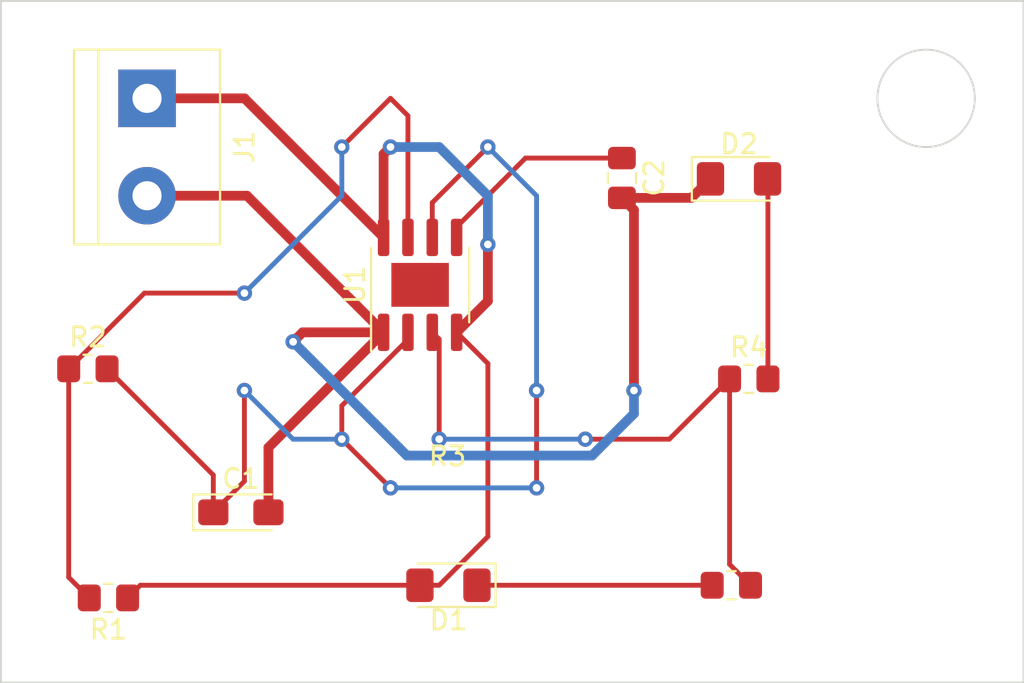
<source format=kicad_pcb>
(kicad_pcb (version 20211014) (generator pcbnew)
  (layers (0 "F.Cu" signal) (31 "B.Cu" signal) (34 "B.Paste" user) (35 "F.Paste" user) (36 "B.SilkS" user "B.Silkscreen") (37 "F.SilkS" user "F.Silkscreen") (38 "B.Mask" user) (39 "F.Mask" user) (44 "Edge.Cuts" user))
  (net 0 "")
  (net 1 "/pin_2")
  (net 2 "GND")
  (net 3 "Net-(C2-Pad1)")
  (net 4 "Net-(D1-Pad1)")
  (net 5 "+9V")
  (net 6 "Net-(D2-Pad2)")
  (net 7 "/pin_7")
  (net 8 "/pin_3")
  (footprint "TerminalBlock:TerminalBlock_bornier-2_P5.08mm" (layer "F.Cu") (at 121.92 66.04 -90)
    (fp_text reference "J1" (at 2.54 -5.08 90) (layer "F.SilkS"))
    (fp_text value "Conn_01x02_Male")
    (fp_line (start 7.62 -3.81) (end -2.54 -3.81) (layer "F.SilkS") (width 0.12))
    (fp_line (start -2.54 3.81) (end 7.62 3.81) (layer "F.SilkS") (width 0.12))
    (fp_line (start -2.54 -3.81) (end -2.54 3.81) (layer "F.SilkS") (width 0.12))
    (fp_line (start 7.62 3.81) (end 7.62 -3.81) (layer "F.SilkS") (width 0.12))
    (fp_line (start 7.62 2.54) (end -2.54 2.54) (layer "F.SilkS") (width 0.12))
    (pad "1" thru_hole rect (at 0 0 270) (size 3 3) (drill 1.52) (layers *.Cu *.Mask) (net 5 "+9V"))
    (pad "2" thru_hole circle (at 5.08 0 270) (size 3 3) (drill 1.52) (layers *.Cu *.Mask) (net 2 "GND"))
  )
  (footprint "Package_SO:SOIC-8-1EP_3.9x4.9mm_P1.27mm_EP2.29x3mm" (layer "F.Cu") (at 136.165 75.77 90)
    (fp_text reference "U1" (at 0 -3.4 90) (layer "F.SilkS"))
    (fp_text value "NE555D")
    (fp_line (start 0 -2.56) (end 1.95 -2.56) (layer "F.SilkS") (width 0.12))
    (fp_line (start 0 2.56) (end -1.95 2.56) (layer "F.SilkS") (width 0.12))
    (fp_line (start 0 2.56) (end 1.95 2.56) (layer "F.SilkS") (width 0.12))
    (fp_line (start 0 -2.56) (end -3.45 -2.56) (layer "F.SilkS") (width 0.12))
    (pad "1" smd roundrect (at -2.475 -1.905 90) (size 1.95 0.6) (layers "F.Cu" "F.Paste" "F.Mask") (net 2 "GND"))
    (pad "2" smd roundrect (at -2.475 -0.635 90) (size 1.95 0.6) (layers "F.Cu" "F.Paste" "F.Mask") (net 1 "/pin_2"))
    (pad "3" smd roundrect (at -2.475 0.635 90) (size 1.95 0.6) (layers "F.Cu" "F.Paste" "F.Mask") (net 8 "/pin_3"))
    (pad "4" smd roundrect (at -2.475 1.905 90) (size 1.95 0.6) (layers "F.Cu" "F.Paste" "F.Mask") (net 5 "+9V"))
    (pad "5" smd roundrect (at 2.475 1.905 90) (size 1.95 0.6) (layers "F.Cu" "F.Paste" "F.Mask") (net 3 "Net-(C2-Pad1)"))
    (pad "6" smd roundrect (at 2.475 0.635 90) (size 1.95 0.6) (layers "F.Cu" "F.Paste" "F.Mask") (net 1 "/pin_2"))
    (pad "7" smd roundrect (at 2.475 -0.635 90) (size 1.95 0.6) (layers "F.Cu" "F.Paste" "F.Mask") (net 7 "/pin_7"))
    (pad "8" smd roundrect (at 2.475 -1.905 90) (size 1.95 0.6) (layers "F.Cu" "F.Paste" "F.Mask") (net 5 "+9V"))
    (pad "9" smd rect (at 0 0 90) (size 2.29 3) (layers "F.Cu" "F.Mask"))
  )
  (footprint "LED_SMD:LED_1206_3216Metric_Pad1.42x1.75mm_HandSolder" (layer "F.Cu") (at 137.6425 91.44 180)
    (fp_text reference "D1" (at 0 -1.82) (layer "F.SilkS"))
    (fp_text value "LED")
    (fp_line (start 1.6 -1.135) (end -2.46 -1.135) (layer "F.SilkS") (width 0.12))
    (fp_line (start -2.46 -1.135) (end -2.46 1.135) (layer "F.SilkS") (width 0.12))
    (fp_line (start -2.46 1.135) (end 1.6 1.135) (layer "F.SilkS") (width 0.12))
    (pad "1" smd roundrect (at -1.4875 0 180) (size 1.425 1.75) (layers "F.Cu" "F.Paste" "F.Mask") (roundrect_rratio 0.175439) (net 4 "Net-(D1-Pad1)"))
    (pad "2" smd roundrect (at 1.4875 0 180) (size 1.425 1.75) (layers "F.Cu" "F.Paste" "F.Mask") (roundrect_rratio 0.175439) (net 5 "+9V"))
  )
  (footprint "Capacitor_Tantalum_SMD:CP_EIA-3216-18_Kemet-A_Pad1.58x1.35mm_HandSolder" (layer "F.Cu") (at 126.815 87.635)
    (fp_text reference "C1" (at 0 -1.75) (layer "F.SilkS"))
    (fp_text value "10 microF")
    (fp_line (start -2.485 -0.935) (end -2.485 0.935) (layer "F.SilkS") (width 0.12))
    (fp_line (start 1.6 -0.935) (end -2.485 -0.935) (layer "F.SilkS") (width 0.12))
    (fp_line (start -2.485 0.935) (end 1.6 0.935) (layer "F.SilkS") (width 0.12))
    (pad "1" smd roundrect (at -1.4375 0) (size 1.575 1.35) (layers "F.Cu" "F.Paste" "F.Mask") (roundrect_rratio 0.185185) (net 1 "/pin_2"))
    (pad "2" smd roundrect (at 1.4375 0) (size 1.575 1.35) (layers "F.Cu" "F.Paste" "F.Mask") (roundrect_rratio 0.185185) (net 2 "GND"))
  )
  (footprint "Resistor_SMD:R_0805_2012Metric_Pad1.20x1.40mm_HandSolder" (layer "F.Cu") (at 119.907064 92.1 180)
    (fp_text reference "R1" (at 0 -1.65) (layer "F.SilkS"))
    (fp_text value "1k")
    (fp_line (start -0.227064 -0.735) (end 0.227064 -0.735) (layer "F.SilkS") (width 0.12))
    (fp_line (start -0.227064 0.735) (end 0.227064 0.735) (layer "F.SilkS") (width 0.12))
    (pad "1" smd roundrect (at -1 0 180) (size 1.2 1.4) (layers "F.Cu" "F.Paste" "F.Mask") (roundrect_rratio 0.208333) (net 5 "+9V"))
    (pad "2" smd roundrect (at 1 0 180) (size 1.2 1.4) (layers "F.Cu" "F.Paste" "F.Mask") (roundrect_rratio 0.208333) (net 7 "/pin_7"))
  )
  (footprint "Resistor_SMD:R_0805_2012Metric_Pad1.20x1.40mm_HandSolder" (layer "F.Cu") (at 118.834128 80.15)
    (fp_text reference "R2" (at 0 -1.65) (layer "F.SilkS"))
    (fp_text value "10k")
    (fp_line (start -0.227064 0.735) (end 0.227064 0.735) (layer "F.SilkS") (width 0.12))
    (fp_line (start -0.227064 -0.735) (end 0.227064 -0.735) (layer "F.SilkS") (width 0.12))
    (pad "1" smd roundrect (at -1 0) (size 1.2 1.4) (layers "F.Cu" "F.Paste" "F.Mask") (roundrect_rratio 0.208333) (net 7 "/pin_7"))
    (pad "2" smd roundrect (at 1 0) (size 1.2 1.4) (layers "F.Cu" "F.Paste" "F.Mask") (roundrect_rratio 0.208333) (net 1 "/pin_2"))
  )
  (footprint "Resistor_SMD:R_0805_2012Metric_Pad1.20x1.40mm_HandSolder" (layer "F.Cu") (at 153.308256 80.675)
    (fp_text reference "R4" (at 0 -1.65) (layer "F.SilkS"))
    (fp_text value "1k")
    (fp_line (start -0.227064 -0.735) (end 0.227064 -0.735) (layer "F.SilkS") (width 0.12))
    (fp_line (start -0.227064 0.735) (end 0.227064 0.735) (layer "F.SilkS") (width 0.12))
    (pad "1" smd roundrect (at -1 0) (size 1.2 1.4) (layers "F.Cu" "F.Paste" "F.Mask") (roundrect_rratio 0.208333) (net 8 "/pin_3"))
    (pad "2" smd roundrect (at 1 0) (size 1.2 1.4) (layers "F.Cu" "F.Paste" "F.Mask") (roundrect_rratio 0.208333) (net 6 "Net-(D2-Pad2)"))
  )
  (footprint "Capacitor_SMD:C_0805_2012Metric_Pad1.18x1.45mm_HandSolder" (layer "F.Cu") (at 146.691252 70.19374 -90)
    (fp_text reference "C2" (at 0 -1.68 90) (layer "F.SilkS"))
    (fp_text value "0.01 microF")
    (fp_line (start -0.261252 0.735) (end 0.261252 0.735) (layer "F.SilkS") (width 0.12))
    (fp_line (start -0.261252 -0.735) (end 0.261252 -0.735) (layer "F.SilkS") (width 0.12))
    (pad "1" smd roundrect (at -1.0375 0 270) (size 1.175 1.45) (layers "F.Cu" "F.Paste" "F.Mask") (roundrect_rratio 0.212766) (net 3 "Net-(C2-Pad1)"))
    (pad "2" smd roundrect (at 1.0375 0 270) (size 1.175 1.45) (layers "F.Cu" "F.Paste" "F.Mask") (roundrect_rratio 0.212766) (net 2 "GND"))
  )
  (footprint "Resistor_SMD:R_0805_2012Metric_Pad1.20x1.40mm_HandSolder" (layer "F.Cu") (at 152.4 91.44)
    (fp_text reference "R3" (at -14.805 -6.73) (layer "F.SilkS"))
    (fp_text value "1k")
    (fp_line (start -0.227064 -0.735) (end 0.227064 -0.735) (layer "F.SilkS") (width 0.12))
    (fp_line (start -0.227064 0.735) (end 0.227064 0.735) (layer "F.SilkS") (width 0.12))
    (pad "1" smd roundrect (at -1 0) (size 1.2 1.4) (layers "F.Cu" "F.Paste" "F.Mask") (roundrect_rratio 0.208333) (net 4 "Net-(D1-Pad1)"))
    (pad "2" smd roundrect (at 1 0) (size 1.2 1.4) (layers "F.Cu" "F.Paste" "F.Mask") (roundrect_rratio 0.208333) (net 8 "/pin_3"))
  )
  (footprint "LED_SMD:LED_1206_3216Metric_Pad1.42x1.75mm_HandSolder" (layer "F.Cu") (at 152.8 70.24)
    (fp_text reference "D2" (at 0 -1.82) (layer "F.SilkS"))
    (fp_text value "LED")
    (fp_line (start -2.46 1.135) (end 1.6 1.135) (layer "F.SilkS") (width 0.12))
    (fp_line (start 1.6 -1.135) (end -2.46 -1.135) (layer "F.SilkS") (width 0.12))
    (fp_line (start -2.46 -1.135) (end -2.46 1.135) (layer "F.SilkS") (width 0.12))
    (pad "1" smd roundrect (at -1.4875 0) (size 1.425 1.75) (layers "F.Cu" "F.Paste" "F.Mask") (roundrect_rratio 0.175439) (net 2 "GND"))
    (pad "2" smd roundrect (at 1.4875 0) (size 1.425 1.75) (layers "F.Cu" "F.Paste" "F.Mask") (roundrect_rratio 0.175439) (net 6 "Net-(D2-Pad2)"))
  )
  (gr_circle (center 162.56 66.04) (end 162.56 68.58) (layer "Edge.Cuts") (width 0.1) (fill none))
  (gr_rect (start 114.3 60.96) (end 167.64 96.52) (layer "Edge.Cuts") (width 0.1) (fill none))
  (segment (start 135.53 78.62458) (end 135.53 78.245) (width 0.254) (layer "F.Cu") (net 1))
  (segment (start 125.3775 87.635) (end 125.3775 85.693372) (width 0.254) (layer "F.Cu") (net 1))
  (segment (start 127 86.0125) (end 127 81.28) (width 0.254) (layer "F.Cu") (net 1))
  (segment (start 125.3775 85.693372) (end 119.834128 80.15) (width 0.254) (layer "F.Cu") (net 1))
  (segment (start 136.8 71.48) (end 139.7 68.58) (width 0.254) (layer "F.Cu") (net 1))
  (segment (start 136.8 73.295) (end 136.8 71.48) (width 0.254) (layer "F.Cu") (net 1))
  (segment (start 125.3775 87.635) (end 127 86.0125) (width 0.254) (layer "F.Cu") (net 1))
  (segment (start 132.08 83.82) (end 132.08 82.07458) (width 0.254) (layer "F.Cu") (net 1))
  (segment (start 134.62 86.36) (end 132.08 83.82) (width 0.254) (layer "F.Cu") (net 1))
  (segment (start 132.08 82.07458) (end 135.53 78.62458) (width 0.254) (layer "F.Cu") (net 1))
  (segment (start 142.24 81.28) (end 142.24 86.36) (width 0.254) (layer "F.Cu") (net 1))
  (via (at 142.24 81.28) (size 0.8) (drill 0.4) (layers "F.Cu" "B.Cu") (net 1))
  (via (at 127 81.28) (size 0.8) (drill 0.4) (layers "F.Cu" "B.Cu") (net 1))
  (via (at 134.62 86.36) (size 0.8) (drill 0.4) (layers "F.Cu" "B.Cu") (net 1))
  (via (at 139.7 68.58) (size 0.8) (drill 0.4) (layers "F.Cu" "B.Cu") (net 1))
  (via (at 142.24 86.36) (size 0.8) (drill 0.4) (layers "F.Cu" "B.Cu") (net 1))
  (via (at 132.08 83.82) (size 0.8) (drill 0.4) (layers "F.Cu" "B.Cu") (net 1))
  (segment (start 142.24 86.36) (end 134.62 86.36) (width 0.254) (layer "B.Cu") (net 1))
  (segment (start 139.7 68.58) (end 142.24 71.12) (width 0.254) (layer "B.Cu") (net 1))
  (segment (start 142.24 71.12) (end 142.24 81.28) (width 0.254) (layer "B.Cu") (net 1))
  (segment (start 129.54 83.82) (end 132.08 83.82) (width 0.254) (layer "B.Cu") (net 1))
  (segment (start 127 81.28) (end 129.54 83.82) (width 0.254) (layer "B.Cu") (net 1))
  (segment (start 147.32 81.28) (end 147.32 71.859988) (width 0.508) (layer "F.Cu") (net 2))
  (segment (start 146.691252 71.23124) (end 150.32126 71.23124) (width 0.508) (layer "F.Cu") (net 2))
  (segment (start 128.2525 84.2525) (end 134.26 78.245) (width 0.508) (layer "F.Cu") (net 2))
  (segment (start 130.035 78.245) (end 129.54 78.74) (width 0.508) (layer "F.Cu") (net 2))
  (segment (start 147.32 71.859988) (end 146.691252 71.23124) (width 0.508) (layer "F.Cu") (net 2))
  (segment (start 121.92 71.12) (end 127.135 71.12) (width 0.508) (layer "F.Cu") (net 2))
  (segment (start 128.2525 87.635) (end 128.2525 84.2525) (width 0.508) (layer "F.Cu") (net 2))
  (segment (start 150.32126 71.23124) (end 151.3125 70.24) (width 0.508) (layer "F.Cu") (net 2))
  (segment (start 127.135 71.12) (end 134.26 78.245) (width 0.508) (layer "F.Cu") (net 2))
  (segment (start 134.26 78.245) (end 130.035 78.245) (width 0.508) (layer "F.Cu") (net 2))
  (via (at 147.32 81.28) (size 0.8) (drill 0.4) (layers "F.Cu" "B.Cu") (net 2))
  (via (at 129.54 78.74) (size 0.8) (drill 0.4) (layers "F.Cu" "B.Cu") (net 2))
  (segment (start 147.32 82.487739) (end 147.32 81.28) (width 0.508) (layer "B.Cu") (net 2))
  (segment (start 135.474 84.674) (end 145.133739 84.674) (width 0.508) (layer "B.Cu") (net 2))
  (segment (start 145.133739 84.674) (end 147.32 82.487739) (width 0.508) (layer "B.Cu") (net 2))
  (segment (start 129.54 78.74) (end 135.474 84.674) (width 0.508) (layer "B.Cu") (net 2))
  (segment (start 141.66376 69.15624) (end 138.07 72.75) (width 0.254) (layer "F.Cu") (net 3))
  (segment (start 146.691252 69.15624) (end 141.66376 69.15624) (width 0.254) (layer "F.Cu") (net 3))
  (segment (start 138.07 72.75) (end 138.07 73.295) (width 0.254) (layer "F.Cu") (net 3))
  (segment (start 151.4 91.44) (end 139.13 91.44) (width 0.254) (layer "F.Cu") (net 4))
  (segment (start 127.005 66.04) (end 134.26 73.295) (width 0.508) (layer "F.Cu") (net 5))
  (segment (start 136.155 91.44) (end 121.567064 91.44) (width 0.254) (layer "F.Cu") (net 5))
  (segment (start 139.7 73.66) (end 139.7 76.615) (width 0.508) (layer "F.Cu") (net 5))
  (segment (start 137.16 91.44) (end 139.7 88.9) (width 0.254) (layer "F.Cu") (net 5))
  (segment (start 139.7 88.9) (end 139.7 79.875) (width 0.254) (layer "F.Cu") (net 5))
  (segment (start 134.26 73.295) (end 134.26 68.94) (width 0.508) (layer "F.Cu") (net 5))
  (segment (start 121.567064 91.44) (end 120.907064 92.1) (width 0.254) (layer "F.Cu") (net 5))
  (segment (start 136.155 91.44) (end 137.16 91.44) (width 0.254) (layer "F.Cu") (net 5))
  (segment (start 139.7 79.875) (end 138.07 78.245) (width 0.254) (layer "F.Cu") (net 5))
  (segment (start 134.26 68.94) (end 134.62 68.58) (width 0.508) (layer "F.Cu") (net 5))
  (segment (start 121.92 66.04) (end 127.005 66.04) (width 0.508) (layer "F.Cu") (net 5))
  (segment (start 139.7 76.615) (end 138.07 78.245) (width 0.508) (layer "F.Cu") (net 5))
  (via (at 139.7 73.66) (size 0.8) (drill 0.4) (layers "F.Cu" "B.Cu") (net 5))
  (via (at 134.62 68.58) (size 0.8) (drill 0.4) (layers "F.Cu" "B.Cu") (net 5))
  (segment (start 139.7 71.12) (end 139.7 73.66) (width 0.508) (layer "B.Cu") (net 5))
  (segment (start 134.62 68.58) (end 137.16 68.58) (width 0.508) (layer "B.Cu") (net 5))
  (segment (start 137.16 68.58) (end 139.7 71.12) (width 0.508) (layer "B.Cu") (net 5))
  (segment (start 154.308256 70.260756) (end 154.308256 80.675) (width 0.254) (layer "F.Cu") (net 6))
  (segment (start 154.2875 70.24) (end 154.308256 70.260756) (width 0.254) (layer "F.Cu") (net 6))
  (segment (start 132.08 68.58) (end 134.62 66.04) (width 0.254) (layer "F.Cu") (net 7))
  (segment (start 118.907064 92.1) (end 117.834128 91.027064) (width 0.254) (layer "F.Cu") (net 7))
  (segment (start 134.62 66.04) (end 135.53 66.95) (width 0.254) (layer "F.Cu") (net 7))
  (segment (start 117.834128 80.15) (end 121.784128 76.2) (width 0.254) (layer "F.Cu") (net 7))
  (segment (start 135.53 66.95) (end 135.53 73.295) (width 0.254) (layer "F.Cu") (net 7))
  (segment (start 121.784128 76.2) (end 127 76.2) (width 0.254) (layer "F.Cu") (net 7))
  (segment (start 117.834128 91.027064) (end 117.834128 80.15) (width 0.254) (layer "F.Cu") (net 7))
  (via (at 132.08 68.58) (size 0.8) (drill 0.4) (layers "F.Cu" "B.Cu") (net 7))
  (via (at 127 76.2) (size 0.8) (drill 0.4) (layers "F.Cu" "B.Cu") (net 7))
  (segment (start 132.08 71.12) (end 132.08 68.58) (width 0.254) (layer "B.Cu") (net 7))
  (segment (start 127 76.2) (end 132.08 71.12) (width 0.254) (layer "B.Cu") (net 7))
  (segment (start 149.163256 83.82) (end 144.78 83.82) (width 0.254) (layer "F.Cu") (net 8))
  (segment (start 137.16 83.82) (end 137.16 78.605) (width 0.254) (layer "F.Cu") (net 8))
  (segment (start 152.308256 90.348256) (end 153.4 91.44) (width 0.254) (layer "F.Cu") (net 8))
  (segment (start 152.308256 80.675) (end 149.163256 83.82) (width 0.254) (layer "F.Cu") (net 8))
  (segment (start 152.308256 80.675) (end 152.308256 90.348256) (width 0.254) (layer "F.Cu") (net 8))
  (segment (start 137.16 78.605) (end 136.8 78.245) (width 0.254) (layer "F.Cu") (net 8))
  (via (at 137.16 83.82) (size 0.8) (drill 0.4) (layers "F.Cu" "B.Cu") (net 8))
  (via (at 144.78 83.82) (size 0.8) (drill 0.4) (layers "F.Cu" "B.Cu") (net 8))
  (segment (start 144.78 83.82) (end 137.16 83.82) (width 0.254) (layer "B.Cu") (net 8))
)
</source>
